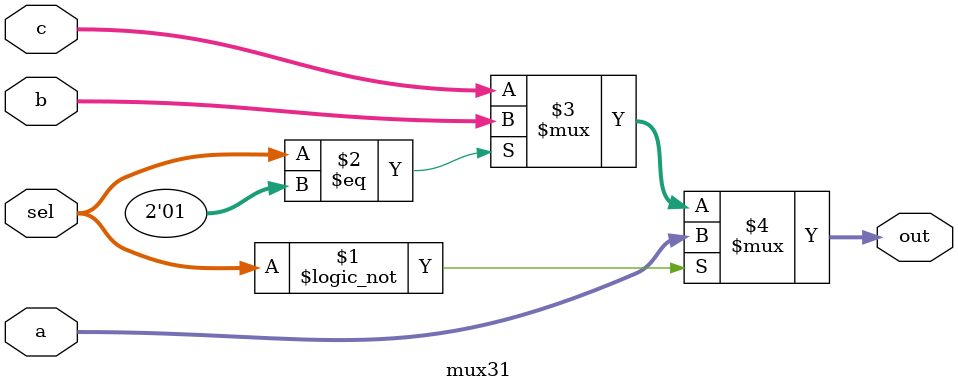
<source format=v>
module mux31(a,b,c,sel,out);

parameter DATA_LENGTH = 8;
input [DATA_LENGTH-1:0] a;
input [DATA_LENGTH-1:0] b;
input [DATA_LENGTH-1:0] c;
input [1:0] sel;
output [DATA_LENGTH-1:0] out;

assign out = (sel == 2'b00 ? a : (sel == 2'b01 ? b : c));

endmodule 
</source>
